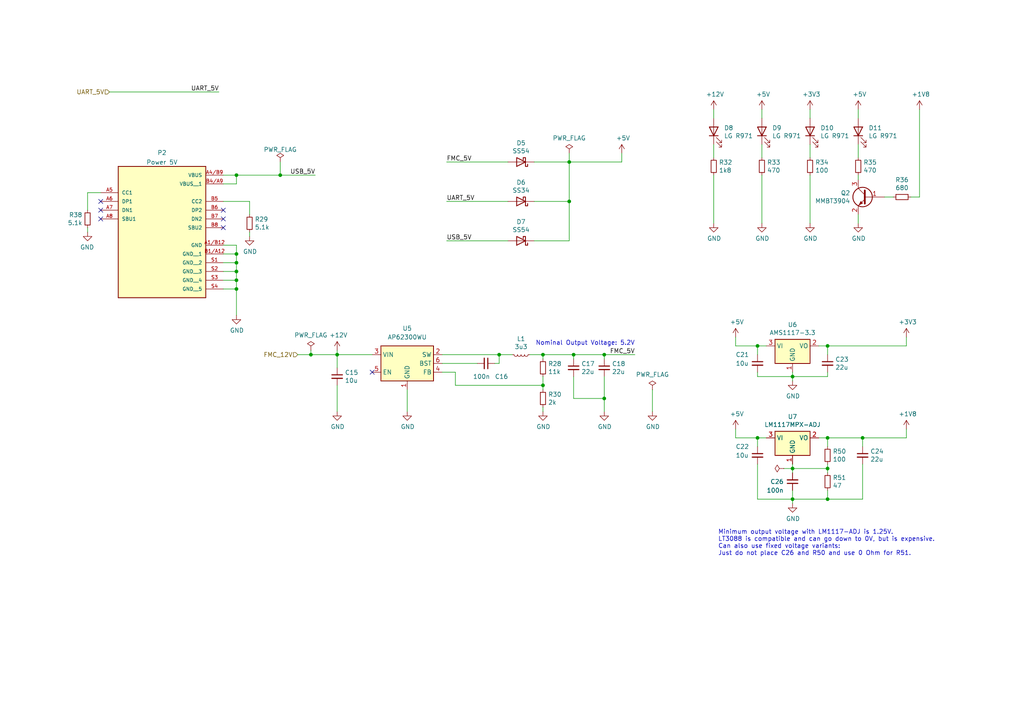
<source format=kicad_sch>
(kicad_sch (version 20250114) (generator "eeschema") (generator_version "9.0")
  (paper "A4")
  (lib_symbols
    (symbol "+12V_1" (power) (pin_names (offset 0))
      (property "Value" "+12V" (at 0 3.556 0))
      (symbol "+12V_1_0_1"
        (polyline (pts (xy -0.762 1.27) (xy 0 2.54)))
        (polyline (pts (xy 0 2.54) (xy 0.762 1.27)))
        (polyline (pts (xy 0 0) (xy 0 2.54)))
      )
      (symbol "+12V_1_1_1"
        (pin power_in line (at 0 0 90) (length 0) (hide yes) (name "+12V") (number "1"))
      )
    )
    (symbol "+1V8_1" (power) (pin_names (offset 0))
      (property "Value" "+1V8" (at 0 3.556 0))
      (symbol "+1V8_1_0_1"
        (polyline (pts (xy -0.762 1.27) (xy 0 2.54)))
        (polyline (pts (xy 0 2.54) (xy 0.762 1.27)))
        (polyline (pts (xy 0 0) (xy 0 2.54)))
      )
      (symbol "+1V8_1_1_1"
        (pin power_in line (at 0 0 90) (length 0) (hide yes) (name "+1V8") (number "1"))
      )
    )
    (symbol "+3V3_1" (power) (pin_names (offset 0))
      (property "Value" "+3V3" (at 0 3.556 0))
      (symbol "+3V3_1_0_1"
        (polyline (pts (xy -0.762 1.27) (xy 0 2.54)))
        (polyline (pts (xy 0 2.54) (xy 0.762 1.27)))
        (polyline (pts (xy 0 0) (xy 0 2.54)))
      )
      (symbol "+3V3_1_1_1"
        (pin power_in line (at 0 0 90) (length 0) (hide yes) (name "+3V3") (number "1"))
      )
    )
    (symbol "+5V_1" (power) (pin_names (offset 0))
      (property "Value" "+5V" (at 0 3.556 0))
      (symbol "+5V_1_0_1"
        (polyline (pts (xy -0.762 1.27) (xy 0 2.54)))
        (polyline (pts (xy 0 2.54) (xy 0.762 1.27)))
        (polyline (pts (xy 0 0) (xy 0 2.54)))
      )
      (symbol "+5V_1_1_1"
        (pin power_in line (at 0 0 90) (length 0) (hide yes) (name "+5V") (number "1"))
      )
    )
    (symbol "+5V_2" (power) (pin_names (offset 0))
      (property "Value" "+5V" (at 0 3.556 0))
      (symbol "+5V_2_0_1"
        (polyline (pts (xy -0.762 1.27) (xy 0 2.54)))
        (polyline (pts (xy 0 2.54) (xy 0.762 1.27)))
        (polyline (pts (xy 0 0) (xy 0 2.54)))
      )
      (symbol "+5V_2_1_1"
        (pin power_in line (at 0 0 90) (length 0) (hide yes) (name "+5V") (number "1"))
      )
    )
    (symbol "+5V_3" (power) (pin_names (offset 0))
      (property "Value" "+5V" (at 0 3.556 0))
      (symbol "+5V_3_0_1"
        (polyline (pts (xy -0.762 1.27) (xy 0 2.54)))
        (polyline (pts (xy 0 2.54) (xy 0.762 1.27)))
        (polyline (pts (xy 0 0) (xy 0 2.54)))
      )
      (symbol "+5V_3_1_1"
        (pin power_in line (at 0 0 90) (length 0) (hide yes) (name "+5V") (number "1"))
      )
    )
    (symbol "+5V_4" (power) (pin_names (offset 0))
      (property "Value" "+5V" (at 0 3.556 0))
      (symbol "+5V_4_0_1"
        (polyline (pts (xy -0.762 1.27) (xy 0 2.54)))
        (polyline (pts (xy 0 2.54) (xy 0.762 1.27)))
        (polyline (pts (xy 0 0) (xy 0 2.54)))
      )
      (symbol "+5V_4_1_1"
        (pin power_in line (at 0 0 90) (length 0) (hide yes) (name "+5V") (number "1"))
      )
    )
    (symbol "Device:C_Small" (pin_numbers (hide yes)) (pin_names (offset 0.254) (hide yes))
      (property "Reference" "C" (at 0.254 1.778 0))
      (property "Value" "C_Small" (at 0.254 -2.032 0))
      (symbol "C_Small_0_1"
        (polyline (pts (xy -1.524 0.508) (xy 1.524 0.508)) (stroke (width 0.3048)))
        (polyline (pts (xy -1.524 -0.508) (xy 1.524 -0.508)) (stroke (width 0.3302)))
      )
      (symbol "C_Small_1_1"
        (pin passive line (at 0 2.54 270) (length 2.032) (name "~") (number "1"))
        (pin passive line (at 0 -2.54 90) (length 2.032) (name "~") (number "2"))
      )
    )
    (symbol "Device:D_Schottky" (pin_numbers (hide yes)) (pin_names (offset 1.016) (hide yes))
      (property "Reference" "D" (at 0 2.54 0))
      (property "Value" "D_Schottky" (at 0 -2.54 0))
      (symbol "D_Schottky_0_1"
        (polyline (pts (xy -1.905 0.635) (xy -1.905 1.27) (xy -1.27 1.27) (xy -1.27 -1.27) (xy -0.635 -1.27) (xy -0.635 -0.635)) (stroke (width 0.254)))
        (polyline (pts (xy 1.27 1.27) (xy 1.27 -1.27) (xy -1.27 0) (xy 1.27 1.27)) (stroke (width 0.254)))
        (polyline (pts (xy 1.27 0) (xy -1.27 0)))
      )
      (symbol "D_Schottky_1_1"
        (pin passive line (at -3.81 0 0) (length 2.54) (name "K") (number "1"))
        (pin passive line (at 3.81 0 180) (length 2.54) (name "A") (number "2"))
      )
    )
    (symbol "Device:LED" (pin_numbers (hide yes)) (pin_names (offset 1.016) (hide yes))
      (property "Reference" "D" (at 0 2.54 0))
      (property "Value" "LED" (at 0 -2.54 0))
      (symbol "LED_0_1"
        (polyline (pts (xy -3.048 -0.762) (xy -4.572 -2.286) (xy -3.81 -2.286) (xy -4.572 -2.286) (xy -4.572 -1.524)))
        (polyline (pts (xy -1.778 -0.762) (xy -3.302 -2.286) (xy -2.54 -2.286) (xy -3.302 -2.286) (xy -3.302 -1.524)))
        (polyline (pts (xy -1.27 0) (xy 1.27 0)))
        (polyline (pts (xy -1.27 -1.27) (xy -1.27 1.27)) (stroke (width 0.254)))
        (polyline (pts (xy 1.27 -1.27) (xy 1.27 1.27) (xy -1.27 0) (xy 1.27 -1.27)) (stroke (width 0.254)))
      )
      (symbol "LED_1_1"
        (pin passive line (at -3.81 0 0) (length 2.54) (name "K") (number "1"))
        (pin passive line (at 3.81 0 180) (length 2.54) (name "A") (number "2"))
      )
    )
    (symbol "Device:L_Small" (pin_numbers (hide yes)) (pin_names (offset 0.254) (hide yes))
      (property "Reference" "L" (at 0.762 1.016 0))
      (property "Value" "L_Small" (at 0.762 -1.016 0))
      (symbol "L_Small_0_1"
        (arc (start 0 2.032) (mid 0.5058 1.524) (end 0 1.016))
        (arc (start 0 1.016) (mid 0.5058 0.508) (end 0 0))
        (arc (start 0 0) (mid 0.5058 -0.508) (end 0 -1.016))
        (arc (start 0 -1.016) (mid 0.5058 -1.524) (end 0 -2.032))
      )
      (symbol "L_Small_1_1"
        (pin passive line (at 0 2.54 270) (length 0.508) (name "~") (number "1"))
        (pin passive line (at 0 -2.54 90) (length 0.508) (name "~") (number "2"))
      )
    )
    (symbol "Device:R_Small" (pin_numbers (hide yes)) (pin_names (offset 0.254) (hide yes))
      (property "Reference" "R" (at 0.762 0.508 0))
      (property "Value" "R_Small" (at 0.762 -1.016 0))
      (symbol "R_Small_0_1"
        (rectangle (start -0.762 1.778) (end 0.762 -1.778) (stroke (width 0.2032)))
      )
      (symbol "R_Small_1_1"
        (pin passive line (at 0 2.54 270) (length 0.762) (name "~") (number "1"))
        (pin passive line (at 0 -2.54 90) (length 0.762) (name "~") (number "2"))
      )
    )
    (symbol "GND_1" (power) (pin_names (offset 0))
      (property "Value" "GND" (at 0 -3.81 0))
      (symbol "GND_1_0_1"
        (polyline (pts (xy 0 0) (xy 0 -1.27) (xy 1.27 -1.27) (xy 0 -2.54) (xy -1.27 -1.27) (xy 0 -1.27)))
      )
      (symbol "GND_1_1_1"
        (pin power_in line (at 0 0 270) (length 0) (hide yes) (name "GND") (number "1"))
      )
    )
    (symbol "GND_10" (power) (pin_names (offset 0))
      (property "Value" "GND" (at 0 -3.81 0))
      (symbol "GND_10_0_1"
        (polyline (pts (xy 0 0) (xy 0 -1.27) (xy 1.27 -1.27) (xy 0 -2.54) (xy -1.27 -1.27) (xy 0 -1.27)))
      )
      (symbol "GND_10_1_1"
        (pin power_in line (at 0 0 270) (length 0) (hide yes) (name "GND") (number "1"))
      )
    )
    (symbol "GND_11" (power) (pin_names (offset 0))
      (property "Value" "GND" (at 0 -3.81 0))
      (symbol "GND_11_0_1"
        (polyline (pts (xy 0 0) (xy 0 -1.27) (xy 1.27 -1.27) (xy 0 -2.54) (xy -1.27 -1.27) (xy 0 -1.27)))
      )
      (symbol "GND_11_1_1"
        (pin power_in line (at 0 0 270) (length 0) (hide yes) (name "GND") (number "1"))
      )
    )
    (symbol "GND_12" (power) (pin_names (offset 0))
      (property "Value" "GND" (at 0 -3.81 0))
      (symbol "GND_12_0_1"
        (polyline (pts (xy 0 0) (xy 0 -1.27) (xy 1.27 -1.27) (xy 0 -2.54) (xy -1.27 -1.27) (xy 0 -1.27)))
      )
      (symbol "GND_12_1_1"
        (pin power_in line (at 0 0 270) (length 0) (hide yes) (name "GND") (number "1"))
      )
    )
    (symbol "GND_13" (power) (pin_names (offset 0))
      (property "Value" "GND" (at 0 -3.81 0))
      (symbol "GND_13_0_1"
        (polyline (pts (xy 0 0) (xy 0 -1.27) (xy 1.27 -1.27) (xy 0 -2.54) (xy -1.27 -1.27) (xy 0 -1.27)))
      )
      (symbol "GND_13_1_1"
        (pin power_in line (at 0 0 270) (length 0) (hide yes) (name "GND") (number "1"))
      )
    )
    (symbol "GND_2" (power) (pin_names (offset 0))
      (property "Value" "GND" (at 0 -3.81 0))
      (symbol "GND_2_0_1"
        (polyline (pts (xy 0 0) (xy 0 -1.27) (xy 1.27 -1.27) (xy 0 -2.54) (xy -1.27 -1.27) (xy 0 -1.27)))
      )
      (symbol "GND_2_1_1"
        (pin power_in line (at 0 0 270) (length 0) (hide yes) (name "GND") (number "1"))
      )
    )
    (symbol "GND_3" (power) (pin_names (offset 0))
      (property "Value" "GND" (at 0 -3.81 0))
      (symbol "GND_3_0_1"
        (polyline (pts (xy 0 0) (xy 0 -1.27) (xy 1.27 -1.27) (xy 0 -2.54) (xy -1.27 -1.27) (xy 0 -1.27)))
      )
      (symbol "GND_3_1_1"
        (pin power_in line (at 0 0 270) (length 0) (hide yes) (name "GND") (number "1"))
      )
    )
    (symbol "GND_4" (power) (pin_names (offset 0))
      (property "Value" "GND" (at 0 -3.81 0))
      (symbol "GND_4_0_1"
        (polyline (pts (xy 0 0) (xy 0 -1.27) (xy 1.27 -1.27) (xy 0 -2.54) (xy -1.27 -1.27) (xy 0 -1.27)))
      )
      (symbol "GND_4_1_1"
        (pin power_in line (at 0 0 270) (length 0) (hide yes) (name "GND") (number "1"))
      )
    )
    (symbol "GND_5" (power) (pin_names (offset 0))
      (property "Value" "GND" (at 0 -3.81 0))
      (symbol "GND_5_0_1"
        (polyline (pts (xy 0 0) (xy 0 -1.27) (xy 1.27 -1.27) (xy 0 -2.54) (xy -1.27 -1.27) (xy 0 -1.27)))
      )
      (symbol "GND_5_1_1"
        (pin power_in line (at 0 0 270) (length 0) (hide yes) (name "GND") (number "1"))
      )
    )
    (symbol "GND_6" (power) (pin_names (offset 0))
      (property "Value" "GND" (at 0 -3.81 0))
      (symbol "GND_6_0_1"
        (polyline (pts (xy 0 0) (xy 0 -1.27) (xy 1.27 -1.27) (xy 0 -2.54) (xy -1.27 -1.27) (xy 0 -1.27)))
      )
      (symbol "GND_6_1_1"
        (pin power_in line (at 0 0 270) (length 0) (hide yes) (name "GND") (number "1"))
      )
    )
    (symbol "GND_7" (power) (pin_names (offset 0))
      (property "Value" "GND" (at 0 -3.81 0))
      (symbol "GND_7_0_1"
        (polyline (pts (xy 0 0) (xy 0 -1.27) (xy 1.27 -1.27) (xy 0 -2.54) (xy -1.27 -1.27) (xy 0 -1.27)))
      )
      (symbol "GND_7_1_1"
        (pin power_in line (at 0 0 270) (length 0) (hide yes) (name "GND") (number "1"))
      )
    )
    (symbol "GND_8" (power) (pin_names (offset 0))
      (property "Value" "GND" (at 0 -3.81 0))
      (symbol "GND_8_0_1"
        (polyline (pts (xy 0 0) (xy 0 -1.27) (xy 1.27 -1.27) (xy 0 -2.54) (xy -1.27 -1.27) (xy 0 -1.27)))
      )
      (symbol "GND_8_1_1"
        (pin power_in line (at 0 0 270) (length 0) (hide yes) (name "GND") (number "1"))
      )
    )
    (symbol "GND_9" (power) (pin_names (offset 0))
      (property "Value" "GND" (at 0 -3.81 0))
      (symbol "GND_9_0_1"
        (polyline (pts (xy 0 0) (xy 0 -1.27) (xy 1.27 -1.27) (xy 0 -2.54) (xy -1.27 -1.27) (xy 0 -1.27)))
      )
      (symbol "GND_9_1_1"
        (pin power_in line (at 0 0 270) (length 0) (hide yes) (name "GND") (number "1"))
      )
    )
    (symbol "LED_1" (pin_numbers (hide yes)) (pin_names (offset 1.016) (hide yes))
      (property "Reference" "D" (at 0 2.54 0))
      (property "Value" "LED" (at 0 -2.54 0))
      (symbol "LED_1_0_1"
        (polyline (pts (xy -3.048 -0.762) (xy -4.572 -2.286) (xy -3.81 -2.286) (xy -4.572 -2.286) (xy -4.572 -1.524)))
        (polyline (pts (xy -1.778 -0.762) (xy -3.302 -2.286) (xy -2.54 -2.286) (xy -3.302 -2.286) (xy -3.302 -1.524)))
        (polyline (pts (xy -1.27 0) (xy 1.27 0)))
        (polyline (pts (xy -1.27 -1.27) (xy -1.27 1.27)) (stroke (width 0.254)))
        (polyline (pts (xy 1.27 -1.27) (xy 1.27 1.27) (xy -1.27 0) (xy 1.27 -1.27)) (stroke (width 0.254)))
      )
      (symbol "LED_1_1_1"
        (pin passive line (at -3.81 0 0) (length 2.54) (name "K") (number "1"))
        (pin passive line (at 3.81 0 180) (length 2.54) (name "A") (number "2"))
      )
    )
    (symbol "LED_2" (pin_numbers (hide yes)) (pin_names (offset 1.016) (hide yes))
      (property "Reference" "D" (at 0 2.54 0))
      (property "Value" "LED" (at 0 -2.54 0))
      (symbol "LED_2_0_1"
        (polyline (pts (xy -3.048 -0.762) (xy -4.572 -2.286) (xy -3.81 -2.286) (xy -4.572 -2.286) (xy -4.572 -1.524)))
        (polyline (pts (xy -1.778 -0.762) (xy -3.302 -2.286) (xy -2.54 -2.286) (xy -3.302 -2.286) (xy -3.302 -1.524)))
        (polyline (pts (xy -1.27 0) (xy 1.27 0)))
        (polyline (pts (xy -1.27 -1.27) (xy -1.27 1.27)) (stroke (width 0.254)))
        (polyline (pts (xy 1.27 -1.27) (xy 1.27 1.27) (xy -1.27 0) (xy 1.27 -1.27)) (stroke (width 0.254)))
      )
      (symbol "LED_2_1_1"
        (pin passive line (at -3.81 0 0) (length 2.54) (name "K") (number "1"))
        (pin passive line (at 3.81 0 180) (length 2.54) (name "A") (number "2"))
      )
    )
    (symbol "LED_3" (pin_numbers (hide yes)) (pin_names (offset 1.016) (hide yes))
      (property "Reference" "D" (at 0 2.54 0))
      (property "Value" "LED" (at 0 -2.54 0))
      (symbol "LED_3_0_1"
        (polyline (pts (xy -3.048 -0.762) (xy -4.572 -2.286) (xy -3.81 -2.286) (xy -4.572 -2.286) (xy -4.572 -1.524)))
        (polyline (pts (xy -1.778 -0.762) (xy -3.302 -2.286) (xy -2.54 -2.286) (xy -3.302 -2.286) (xy -3.302 -1.524)))
        (polyline (pts (xy -1.27 0) (xy 1.27 0)))
        (polyline (pts (xy -1.27 -1.27) (xy -1.27 1.27)) (stroke (width 0.254)))
        (polyline (pts (xy 1.27 -1.27) (xy 1.27 1.27) (xy -1.27 0) (xy 1.27 -1.27)) (stroke (width 0.254)))
      )
      (symbol "LED_3_1_1"
        (pin passive line (at -3.81 0 0) (length 2.54) (name "K") (number "1"))
        (pin passive line (at 3.81 0 180) (length 2.54) (name "A") (number "2"))
      )
    )
    (symbol "PWR_FLAG_1" (power) (pin_numbers (hide yes)) (pin_names (offset 0) (hide yes))
      (property "Value" "PWR_FLAG" (at 0 3.81 0))
      (symbol "PWR_FLAG_1_0_0"
        (pin power_out line (at 0 0 90) (length 0) (name "pwr") (number "1"))
      )
      (symbol "PWR_FLAG_1_0_1"
        (polyline (pts (xy 0 0) (xy 0 1.27) (xy -1.016 1.905) (xy 0 2.54) (xy 1.016 1.905) (xy 0 1.27)))
      )
    )
    (symbol "PWR_FLAG_2" (power) (pin_numbers (hide yes)) (pin_names (offset 0) (hide yes))
      (property "Value" "PWR_FLAG" (at 0 3.81 0))
      (symbol "PWR_FLAG_2_0_0"
        (pin power_out line (at 0 0 90) (length 0) (name "pwr") (number "1"))
      )
      (symbol "PWR_FLAG_2_0_1"
        (polyline (pts (xy 0 0) (xy 0 1.27) (xy -1.016 1.905) (xy 0 2.54) (xy 1.016 1.905) (xy 0 1.27)))
      )
    )
    (symbol "PWR_FLAG_3" (power) (pin_numbers (hide yes)) (pin_names (offset 0) (hide yes))
      (property "Value" "PWR_FLAG" (at 0 3.81 0))
      (symbol "PWR_FLAG_3_0_0"
        (pin power_out line (at 0 0 90) (length 0) (name "pwr") (number "1"))
      )
      (symbol "PWR_FLAG_3_0_1"
        (polyline (pts (xy 0 0) (xy 0 1.27) (xy -1.016 1.905) (xy 0 2.54) (xy 1.016 1.905) (xy 0 1.27)))
      )
    )
    (symbol "PWR_FLAG_4" (power) (pin_numbers (hide yes)) (pin_names (offset 0) (hide yes))
      (property "Value" "PWR_FLAG" (at 0 3.81 0))
      (symbol "PWR_FLAG_4_0_0"
        (pin power_out line (at 0 0 90) (length 0) (name "pwr") (number "1"))
      )
      (symbol "PWR_FLAG_4_0_1"
        (polyline (pts (xy 0 0) (xy 0 1.27) (xy -1.016 1.905) (xy 0 2.54) (xy 1.016 1.905) (xy 0 1.27)))
      )
    )
    (symbol "R_Small_1" (pin_numbers (hide yes)) (pin_names (offset 0.254) (hide yes))
      (property "Reference" "R" (at 0.762 0.508 0))
      (property "Value" "R_Small" (at 0.762 -1.016 0))
      (symbol "R_Small_1_0_1"
        (rectangle (start -0.762 1.778) (end 0.762 -1.778) (stroke (width 0.2032)))
      )
      (symbol "R_Small_1_1_1"
        (pin passive line (at 0 2.54 270) (length 0.762) (name "~") (number "1"))
        (pin passive line (at 0 -2.54 90) (length 0.762) (name "~") (number "2"))
      )
    )
    (symbol "R_Small_10" (pin_numbers (hide yes)) (pin_names (offset 0.254) (hide yes))
      (property "Reference" "R" (at 0.762 0.508 0))
      (property "Value" "R_Small" (at 0.762 -1.016 0))
      (symbol "R_Small_10_0_1"
        (rectangle (start -0.762 1.778) (end 0.762 -1.778) (stroke (width 0.2032)))
      )
      (symbol "R_Small_10_1_1"
        (pin passive line (at 0 2.54 270) (length 0.762) (name "~") (number "1"))
        (pin passive line (at 0 -2.54 90) (length 0.762) (name "~") (number "2"))
      )
    )
    (symbol "R_Small_2" (pin_numbers (hide yes)) (pin_names (offset 0.254) (hide yes))
      (property "Reference" "R" (at 0.762 0.508 0))
      (property "Value" "R_Small" (at 0.762 -1.016 0))
      (symbol "R_Small_2_0_1"
        (rectangle (start -0.762 1.778) (end 0.762 -1.778) (stroke (width 0.2032)))
      )
      (symbol "R_Small_2_1_1"
        (pin passive line (at 0 2.54 270) (length 0.762) (name "~") (number "1"))
        (pin passive line (at 0 -2.54 90) (length 0.762) (name "~") (number "2"))
      )
    )
    (symbol "R_Small_3" (pin_numbers (hide yes)) (pin_names (offset 0.254) (hide yes))
      (property "Reference" "R" (at 0.762 0.508 0))
      (property "Value" "R_Small" (at 0.762 -1.016 0))
      (symbol "R_Small_3_0_1"
        (rectangle (start -0.762 1.778) (end 0.762 -1.778) (stroke (width 0.2032)))
      )
      (symbol "R_Small_3_1_1"
        (pin passive line (at 0 2.54 270) (length 0.762) (name "~") (number "1"))
        (pin passive line (at 0 -2.54 90) (length 0.762) (name "~") (number "2"))
      )
    )
    (symbol "R_Small_4" (pin_numbers (hide yes)) (pin_names (offset 0.254) (hide yes))
      (property "Reference" "R" (at 0.762 0.508 0))
      (property "Value" "R_Small" (at 0.762 -1.016 0))
      (symbol "R_Small_4_0_1"
        (rectangle (start -0.762 1.778) (end 0.762 -1.778) (stroke (width 0.2032)))
      )
      (symbol "R_Small_4_1_1"
        (pin passive line (at 0 2.54 270) (length 0.762) (name "~") (number "1"))
        (pin passive line (at 0 -2.54 90) (length 0.762) (name "~") (number "2"))
      )
    )
    (symbol "R_Small_5" (pin_numbers (hide yes)) (pin_names (offset 0.254) (hide yes))
      (property "Reference" "R" (at 0.762 0.508 0))
      (property "Value" "R_Small" (at 0.762 -1.016 0))
      (symbol "R_Small_5_0_1"
        (rectangle (start -0.762 1.778) (end 0.762 -1.778) (stroke (width 0.2032)))
      )
      (symbol "R_Small_5_1_1"
        (pin passive line (at 0 2.54 270) (length 0.762) (name "~") (number "1"))
        (pin passive line (at 0 -2.54 90) (length 0.762) (name "~") (number "2"))
      )
    )
    (symbol "R_Small_6" (pin_numbers (hide yes)) (pin_names (offset 0.254) (hide yes))
      (property "Reference" "R" (at 0.762 0.508 0))
      (property "Value" "R_Small" (at 0.762 -1.016 0))
      (symbol "R_Small_6_0_1"
        (rectangle (start -0.762 1.778) (end 0.762 -1.778) (stroke (width 0.2032)))
      )
      (symbol "R_Small_6_1_1"
        (pin passive line (at 0 2.54 270) (length 0.762) (name "~") (number "1"))
        (pin passive line (at 0 -2.54 90) (length 0.762) (name "~") (number "2"))
      )
    )
    (symbol "R_Small_7" (pin_numbers (hide yes)) (pin_names (offset 0.254) (hide yes))
      (property "Reference" "R" (at 0.762 0.508 0))
      (property "Value" "R_Small" (at 0.762 -1.016 0))
      (symbol "R_Small_7_0_1"
        (rectangle (start -0.762 1.778) (end 0.762 -1.778) (stroke (width 0.2032)))
      )
      (symbol "R_Small_7_1_1"
        (pin passive line (at 0 2.54 270) (length 0.762) (name "~") (number "1"))
        (pin passive line (at 0 -2.54 90) (length 0.762) (name "~") (number "2"))
      )
    )
    (symbol "R_Small_8" (pin_numbers (hide yes)) (pin_names (offset 0.254) (hide yes))
      (property "Reference" "R" (at 0.762 0.508 0))
      (property "Value" "R_Small" (at 0.762 -1.016 0))
      (symbol "R_Small_8_0_1"
        (rectangle (start -0.762 1.778) (end 0.762 -1.778) (stroke (width 0.2032)))
      )
      (symbol "R_Small_8_1_1"
        (pin passive line (at 0 2.54 270) (length 0.762) (name "~") (number "1"))
        (pin passive line (at 0 -2.54 90) (length 0.762) (name "~") (number "2"))
      )
    )
    (symbol "R_Small_9" (pin_numbers (hide yes)) (pin_names (offset 0.254) (hide yes))
      (property "Reference" "R" (at 0.762 0.508 0))
      (property "Value" "R_Small" (at 0.762 -1.016 0))
      (symbol "R_Small_9_0_1"
        (rectangle (start -0.762 1.778) (end 0.762 -1.778) (stroke (width 0.2032)))
      )
      (symbol "R_Small_9_1_1"
        (pin passive line (at 0 2.54 270) (length 0.762) (name "~") (number "1"))
        (pin passive line (at 0 -2.54 90) (length 0.762) (name "~") (number "2"))
      )
    )
    (symbol "Regulator_Linear:LM1117DT-1.8"
      (property "Reference" "U" (at -3.81 3.175 0))
      (property "Value" "LM1117DT-1.8" (at 0 3.175 0))
      (symbol "LM1117DT-1.8_0_1"
        (rectangle (start -5.08 -5.08) (end 5.08 1.905) (stroke (width 0.254)) (fill (type background)))
      )
      (symbol "LM1117DT-1.8_1_1"
        (pin power_in line (at -7.62 0 0) (length 2.54) (name "VI") (number "3"))
        (pin power_in line (at 0 -7.62 90) (length 2.54) (name "GND") (number "1"))
        (pin power_out line (at 7.62 0 180) (length 2.54) (name "VO") (number "2"))
      )
    )
    (symbol "Regulator_Linear:LM1117DT-3.3"
      (property "Reference" "U" (at -3.81 3.175 0))
      (property "Value" "LM1117DT-3.3" (at 0 3.175 0))
      (symbol "LM1117DT-3.3_0_1"
        (rectangle (start -5.08 -5.08) (end 5.08 1.905) (stroke (width 0.254)) (fill (type background)))
      )
      (symbol "LM1117DT-3.3_1_1"
        (pin power_in line (at -7.62 0 0) (length 2.54) (name "VI") (number "3"))
        (pin power_in line (at 0 -7.62 90) (length 2.54) (name "GND") (number "1"))
        (pin power_out line (at 7.62 0 180) (length 2.54) (name "VO") (number "2"))
      )
    )
    (symbol "Transistor_BJT:MMBT3904" (pin_names (offset 0) (hide yes))
      (property "Reference" "Q" (at 5.08 1.905 0))
      (property "Value" "MMBT3904" (at 5.08 0 0))
      (symbol "MMBT3904_0_1"
        (polyline (pts (xy 0.635 1.905) (xy 0.635 -1.905) (xy 0.635 -1.905)) (stroke (width 0.508)))
        (polyline (pts (xy 0.635 0.635) (xy 2.54 2.54)))
        (polyline (pts (xy 0.635 -0.635) (xy 2.54 -2.54) (xy 2.54 -2.54)))
        (circle (center 1.27 0) (radius 2.8194) (stroke (width 0.254)))
        (polyline (pts (xy 1.27 -1.778) (xy 1.778 -1.27) (xy 2.286 -2.286) (xy 1.27 -1.778) (xy 1.27 -1.778)) (fill (type outline)))
      )
      (symbol "MMBT3904_1_1"
        (pin input line (at -5.08 0 0) (length 5.715) (name "B") (number "1"))
        (pin passive line (at 2.54 5.08 270) (length 2.54) (name "C") (number "3"))
        (pin passive line (at 2.54 -5.08 90) (length 2.54) (name "E") (number "2"))
      )
    )
    (symbol "power:+12V" (power) (pin_names (offset 0))
      (property "Value" "+12V" (at 0 3.556 0))
      (symbol "+12V_0_1"
        (polyline (pts (xy -0.762 1.27) (xy 0 2.54)))
        (polyline (pts (xy 0 2.54) (xy 0.762 1.27)))
        (polyline (pts (xy 0 0) (xy 0 2.54)))
      )
      (symbol "+12V_1_1"
        (pin power_in line (at 0 0 90) (length 0) (hide yes) (name "+12V") (number "1"))
      )
    )
    (symbol "power:+1V8" (power) (pin_names (offset 0))
      (property "Value" "+1V8" (at 0 3.556 0))
      (symbol "+1V8_0_1"
        (polyline (pts (xy -0.762 1.27) (xy 0 2.54)))
        (polyline (pts (xy 0 2.54) (xy 0.762 1.27)))
        (polyline (pts (xy 0 0) (xy 0 2.54)))
      )
      (symbol "+1V8_1_1"
        (pin power_in line (at 0 0 90) (length 0) (hide yes) (name "+1V8") (number "1"))
      )
    )
    (symbol "power:+3V3" (power) (pin_names (offset 0))
      (property "Value" "+3V3" (at 0 3.556 0))
      (symbol "+3V3_0_1"
        (polyline (pts (xy -0.762 1.27) (xy 0 2.54)))
        (polyline (pts (xy 0 2.54) (xy 0.762 1.27)))
        (polyline (pts (xy 0 0) (xy 0 2.54)))
      )
      (symbol "+3V3_1_1"
        (pin power_in line (at 0 0 90) (length 0) (hide yes) (name "+3V3") (number "1"))
      )
    )
    (symbol "power:+5V" (power) (pin_names (offset 0))
      (property "Value" "+5V" (at 0 3.556 0))
      (symbol "+5V_0_1"
        (polyline (pts (xy -0.762 1.27) (xy 0 2.54)))
        (polyline (pts (xy 0 2.54) (xy 0.762 1.27)))
        (polyline (pts (xy 0 0) (xy 0 2.54)))
      )
      (symbol "+5V_1_1"
        (pin power_in line (at 0 0 90) (length 0) (hide yes) (name "+5V") (number "1"))
      )
    )
    (symbol "power:GND" (power) (pin_names (offset 0))
      (property "Value" "GND" (at 0 -3.81 0))
      (symbol "GND_0_1"
        (polyline (pts (xy 0 0) (xy 0 -1.27) (xy 1.27 -1.27) (xy 0 -2.54) (xy -1.27 -1.27) (xy 0 -1.27)))
      )
      (symbol "GND_1_1"
        (pin power_in line (at 0 0 270) (length 0) (hide yes) (name "GND") (number "1"))
      )
    )
    (symbol "power:PWR_FLAG" (power) (pin_numbers (hide yes)) (pin_names (offset 0) (hide yes))
      (property "Value" "PWR_FLAG" (at 0 3.81 0))
      (symbol "PWR_FLAG_0_0"
        (pin power_out line (at 0 0 90) (length 0) (name "pwr") (number "1"))
      )
      (symbol "PWR_FLAG_0_1"
        (polyline (pts (xy 0 0) (xy 0 1.27) (xy -1.016 1.905) (xy 0 2.54) (xy 1.016 1.905) (xy 0 1.27)))
      )
    )
    (symbol "psoc:AP62300WU"
      (property "Reference" "U" (at -7.62 6.35 0))
      (property "Value" "AP62300WU" (at 6.35 -6.35 0))
      (symbol "AP62300WU_0_1"
        (rectangle (start -7.62 5.08) (end 7.62 -5.08) (stroke (width 0.254)) (fill (type background)))
      )
      (symbol "AP62300WU_1_1"
        (pin power_in line (at -10.16 2.54 0) (length 2.54) (name "VIN") (number "3"))
        (pin input line (at -10.16 -2.54 0) (length 2.54) (name "EN") (number "5"))
        (pin power_in line (at 0 -7.62 90) (length 2.54) (name "GND") (number "1"))
        (pin output line (at 10.16 2.54 180) (length 2.54) (name "SW") (number "2"))
        (pin passive line (at 10.16 0 180) (length 2.54) (name "BST") (number "6"))
        (pin input line (at 10.16 -2.54 180) (length 2.54) (name "FB") (number "4"))
      )
    )
    (symbol "snapeda:USB4110-GF-A_REVB" (pin_names (offset 1.016))
      (property "Reference" "J" (at -12.7 11.43 0))
      (property "Value" "USB4110-GF-A_REVB" (at -12.7 -30.48 0))
      (symbol "USB4110-GF-A_REVB_0_0"
        (rectangle (start -12.7 -27.94) (end 12.7 10.16) (stroke (width 0.254)) (fill (type background)))
        (pin bidirectional line (at -17.78 2.54 0) (length 5.08) (name "CC1") (number "A5"))
        (pin bidirectional line (at -17.78 0 0) (length 5.08) (name "DP1") (number "A6"))
        (pin bidirectional line (at -17.78 -2.54 0) (length 5.08) (name "DN1") (number "A7"))
        (pin bidirectional line (at -17.78 -5.08 0) (length 5.08) (name "SBU1") (number "A8"))
        (pin power_in line (at 17.78 7.62 180) (length 5.08) (name "VBUS") (number "A4/B9"))
        (pin power_in line (at 17.78 5.08 180) (length 5.08) (name "VBUS__1") (number "B4/A9"))
        (pin bidirectional line (at 17.78 0 180) (length 5.08) (name "CC2") (number "B5"))
        (pin bidirectional line (at 17.78 -2.54 180) (length 5.08) (name "DP2") (number "B6"))
        (pin bidirectional line (at 17.78 -5.08 180) (length 5.08) (name "DN2") (number "B7"))
        (pin bidirectional line (at 17.78 -7.62 180) (length 5.08) (name "SBU2") (number "B8"))
        (pin power_in line (at 17.78 -12.7 180) (length 5.08) (name "GND") (number "A1/B12"))
        (pin power_in line (at 17.78 -15.24 180) (length 5.08) (name "GND__1") (number "B1/A12"))
        (pin power_in line (at 17.78 -17.78 180) (length 5.08) (name "GND__2") (number "S1"))
        (pin power_in line (at 17.78 -20.32 180) (length 5.08) (name "GND__3") (number "S2"))
        (pin power_in line (at 17.78 -22.86 180) (length 5.08) (name "GND__4") (number "S3"))
        (pin power_in line (at 17.78 -25.4 180) (length 5.08) (name "GND__5") (number "S4"))
      )
    )
  )
  (text "Minimum output voltage with LM1117-ADJ is 1.25V.\nLT3088 is compatible and can go down to 0V, but is expensive.\nCan also use fixed voltage variants:\nJust do not place C26 and R50 and use 0 Ohm for R51." (at 208.28 161.29 0) (effects (font (size 1.27 1.27)) (justify left bottom)))
  (text "Nominal Output Voltage: 5.2V" (at 184.15 100.33 0) (effects (font (size 1.27 1.27)) (justify right bottom)))
  (junction (at 68.58 76.2))
  (junction (at 68.58 50.8))
  (junction (at 68.58 83.82))
  (junction (at 97.79 102.87))
  (junction (at 175.26 115.57))
  (junction (at 157.48 111.76))
  (junction (at 219.71 127))
  (junction (at 68.58 81.28))
  (junction (at 157.48 102.87))
  (junction (at 144.78 102.87))
  (junction (at 250.19 127))
  (junction (at 166.37 102.87))
  (junction (at 240.03 144.78))
  (junction (at 240.03 135.89))
  (junction (at 240.03 127))
  (junction (at 229.87 144.78))
  (junction (at 81.28 50.8))
  (junction (at 68.58 73.66))
  (junction (at 90.17 102.87))
  (junction (at 229.87 109.22))
  (junction (at 219.71 100.33))
  (junction (at 165.1 46.99))
  (junction (at 68.58 78.74))
  (junction (at 165.1 58.42))
  (junction (at 240.03 100.33))
  (junction (at 229.87 135.89))
  (junction (at 175.26 102.87))
  (no_connect (at 107.95 107.95))
  (no_connect (at 29.21 63.5))
  (no_connect (at 64.77 66.04))
  (no_connect (at 29.21 58.42))
  (no_connect (at 29.21 60.96))
  (no_connect (at 64.77 60.96))
  (no_connect (at 64.77 63.5))
  (wire (pts (xy 31.75 26.67) (xy 63.5 26.67)))
  (wire (pts (xy 97.79 101.6) (xy 97.79 102.87)))
  (wire (pts (xy 229.87 109.22) (xy 229.87 110.49)))
  (wire (pts (xy 64.77 73.66) (xy 68.58 73.66)))
  (wire (pts (xy 229.87 144.78) (xy 229.87 146.05)))
  (wire (pts (xy 266.7 57.15) (xy 266.7 31.75)))
  (wire (pts (xy 213.36 124.46) (xy 213.36 127)))
  (wire (pts (xy 64.77 81.28) (xy 68.58 81.28)))
  (wire (pts (xy 68.58 81.28) (xy 68.58 83.82)))
  (wire (pts (xy 229.87 135.89) (xy 240.03 135.89)))
  (wire (pts (xy 229.87 134.62) (xy 229.87 135.89)))
  (wire (pts (xy 234.95 31.75) (xy 234.95 34.29)))
  (wire (pts (xy 237.49 100.33) (xy 240.03 100.33)))
  (wire (pts (xy 128.27 102.87) (xy 144.78 102.87)))
  (wire (pts (xy 264.16 57.15) (xy 266.7 57.15)))
  (wire (pts (xy 240.03 100.33) (xy 240.03 102.87)))
  (wire (pts (xy 157.48 118.11) (xy 157.48 119.38)))
  (wire (pts (xy 234.95 41.91) (xy 234.95 45.72)))
  (wire (pts (xy 72.39 58.42) (xy 72.39 62.23)))
  (wire (pts (xy 64.77 58.42) (xy 72.39 58.42)))
  (wire (pts (xy 64.77 53.34) (xy 68.58 53.34)))
  (wire (pts (xy 189.23 113.03) (xy 189.23 119.38)))
  (wire (pts (xy 64.77 76.2) (xy 68.58 76.2)))
  (wire (pts (xy 250.19 127) (xy 262.89 127)))
  (wire (pts (xy 262.89 124.46) (xy 262.89 127)))
  (wire (pts (xy 64.77 71.12) (xy 68.58 71.12)))
  (wire (pts (xy 248.92 62.23) (xy 248.92 64.77)))
  (wire (pts (xy 86.36 102.87) (xy 90.17 102.87)))
  (wire (pts (xy 129.54 46.99) (xy 147.32 46.99)))
  (wire (pts (xy 175.26 102.87) (xy 184.15 102.87)))
  (wire (pts (xy 72.39 67.31) (xy 72.39 68.58)))
  (wire (pts (xy 97.79 102.87) (xy 107.95 102.87)))
  (wire (pts (xy 240.03 142.24) (xy 240.03 144.78)))
  (wire (pts (xy 222.25 127) (xy 219.71 127)))
  (wire (pts (xy 132.08 107.95) (xy 132.08 111.76)))
  (wire (pts (xy 175.26 102.87) (xy 175.26 104.14)))
  (wire (pts (xy 144.78 102.87) (xy 148.59 102.87)))
  (wire (pts (xy 240.03 127) (xy 240.03 129.54)))
  (wire (pts (xy 248.92 41.91) (xy 248.92 45.72)))
  (wire (pts (xy 219.71 107.95) (xy 219.71 109.22)))
  (wire (pts (xy 68.58 76.2) (xy 68.58 78.74)))
  (wire (pts (xy 157.48 111.76) (xy 157.48 109.22)))
  (wire (pts (xy 90.17 101.6) (xy 90.17 102.87)))
  (wire (pts (xy 166.37 109.22) (xy 166.37 115.57)))
  (wire (pts (xy 29.21 55.88) (xy 25.4 55.88)))
  (wire (pts (xy 128.27 107.95) (xy 132.08 107.95)))
  (wire (pts (xy 165.1 44.45) (xy 165.1 46.99)))
  (wire (pts (xy 175.26 115.57) (xy 175.26 119.38)))
  (wire (pts (xy 180.34 44.45) (xy 180.34 46.99)))
  (wire (pts (xy 90.17 102.87) (xy 97.79 102.87)))
  (wire (pts (xy 118.11 113.03) (xy 118.11 119.38)))
  (wire (pts (xy 220.98 41.91) (xy 220.98 45.72)))
  (wire (pts (xy 154.94 46.99) (xy 165.1 46.99)))
  (wire (pts (xy 132.08 111.76) (xy 157.48 111.76)))
  (wire (pts (xy 97.79 106.68) (xy 97.79 102.87)))
  (wire (pts (xy 227.33 135.89) (xy 229.87 135.89)))
  (wire (pts (xy 256.54 57.15) (xy 259.08 57.15)))
  (wire (pts (xy 234.95 50.8) (xy 234.95 64.77)))
  (wire (pts (xy 97.79 119.38) (xy 97.79 111.76)))
  (wire (pts (xy 229.87 135.89) (xy 229.87 137.16)))
  (wire (pts (xy 25.4 66.04) (xy 25.4 67.31)))
  (wire (pts (xy 128.27 105.41) (xy 138.43 105.41)))
  (wire (pts (xy 166.37 102.87) (xy 175.26 102.87)))
  (wire (pts (xy 64.77 78.74) (xy 68.58 78.74)))
  (wire (pts (xy 219.71 109.22) (xy 229.87 109.22)))
  (wire (pts (xy 213.36 97.79) (xy 213.36 100.33)))
  (wire (pts (xy 237.49 127) (xy 240.03 127)))
  (wire (pts (xy 240.03 127) (xy 250.19 127)))
  (wire (pts (xy 220.98 31.75) (xy 220.98 34.29)))
  (wire (pts (xy 229.87 109.22) (xy 229.87 107.95)))
  (wire (pts (xy 248.92 52.07) (xy 248.92 50.8)))
  (wire (pts (xy 219.71 144.78) (xy 229.87 144.78)))
  (wire (pts (xy 250.19 134.62) (xy 250.19 144.78)))
  (wire (pts (xy 250.19 127) (xy 250.19 129.54)))
  (wire (pts (xy 157.48 111.76) (xy 157.48 113.03)))
  (wire (pts (xy 68.58 53.34) (xy 68.58 50.8)))
  (wire (pts (xy 240.03 107.95) (xy 240.03 109.22)))
  (wire (pts (xy 240.03 109.22) (xy 229.87 109.22)))
  (wire (pts (xy 219.71 134.62) (xy 219.71 144.78)))
  (wire (pts (xy 165.1 69.85) (xy 154.94 69.85)))
  (wire (pts (xy 165.1 46.99) (xy 180.34 46.99)))
  (wire (pts (xy 219.71 129.54) (xy 219.71 127)))
  (wire (pts (xy 153.67 102.87) (xy 157.48 102.87)))
  (wire (pts (xy 250.19 144.78) (xy 240.03 144.78)))
  (wire (pts (xy 219.71 127) (xy 213.36 127)))
  (wire (pts (xy 166.37 102.87) (xy 166.37 104.14)))
  (wire (pts (xy 207.01 31.75) (xy 207.01 34.29)))
  (wire (pts (xy 207.01 50.8) (xy 207.01 64.77)))
  (wire (pts (xy 229.87 142.24) (xy 229.87 144.78)))
  (wire (pts (xy 154.94 58.42) (xy 165.1 58.42)))
  (wire (pts (xy 68.58 73.66) (xy 68.58 76.2)))
  (wire (pts (xy 129.54 69.85) (xy 147.32 69.85)))
  (wire (pts (xy 157.48 102.87) (xy 157.48 104.14)))
  (wire (pts (xy 68.58 71.12) (xy 68.58 73.66)))
  (wire (pts (xy 219.71 100.33) (xy 213.36 100.33)))
  (wire (pts (xy 165.1 46.99) (xy 165.1 58.42)))
  (wire (pts (xy 68.58 83.82) (xy 68.58 91.44)))
  (wire (pts (xy 222.25 100.33) (xy 219.71 100.33)))
  (wire (pts (xy 144.78 102.87) (xy 144.78 105.41)))
  (wire (pts (xy 68.58 50.8) (xy 81.28 50.8)))
  (wire (pts (xy 81.28 50.8) (xy 91.44 50.8)))
  (wire (pts (xy 175.26 115.57) (xy 175.26 109.22)))
  (wire (pts (xy 25.4 55.88) (xy 25.4 60.96)))
  (wire (pts (xy 64.77 50.8) (xy 68.58 50.8)))
  (wire (pts (xy 64.77 83.82) (xy 68.58 83.82)))
  (wire (pts (xy 240.03 144.78) (xy 229.87 144.78)))
  (wire (pts (xy 220.98 50.8) (xy 220.98 64.77)))
  (wire (pts (xy 166.37 115.57) (xy 175.26 115.57)))
  (wire (pts (xy 219.71 102.87) (xy 219.71 100.33)))
  (wire (pts (xy 240.03 135.89) (xy 240.03 137.16)))
  (wire (pts (xy 248.92 31.75) (xy 248.92 34.29)))
  (wire (pts (xy 143.51 105.41) (xy 144.78 105.41)))
  (wire (pts (xy 157.48 102.87) (xy 166.37 102.87)))
  (wire (pts (xy 68.58 78.74) (xy 68.58 81.28)))
  (wire (pts (xy 240.03 134.62) (xy 240.03 135.89)))
  (wire (pts (xy 165.1 58.42) (xy 165.1 69.85)))
  (wire (pts (xy 207.01 41.91) (xy 207.01 45.72)))
  (wire (pts (xy 129.54 58.42) (xy 147.32 58.42)))
  (wire (pts (xy 81.28 46.99) (xy 81.28 50.8)))
  (wire (pts (xy 262.89 100.33) (xy 262.89 97.79)))
  (wire (pts (xy 240.03 100.33) (xy 262.89 100.33)))
  (label "FMC_5V" (at 129.54 46.99 0))
  (label "FMC_5V" (at 184.15 102.87 180))
  (label "USB_5V" (at 91.44 50.8 180))
  (label "USB_5V" (at 129.54 69.85 0))
  (label "UART_5V" (at 63.5 26.67 180))
  (label "UART_5V" (at 129.54 58.42 0))
  (hierarchical_label "FMC_12V" (shape input) (at 86.36 102.87 180))
  (hierarchical_label "UART_5V" (shape input) (at 31.75 26.67 180))
  (symbol (lib_id "Device:C_Small") (at 219.71 105.41 0) (unit 1)
    (property "Reference" "C21" (at 213.36 102.87 0) (effects (justify left)))
    (property "Value" "10u" (at 213.36 105.41 0) (effects (justify left)))
    (property "Footprint" "Capacitor_SMD:C_0805_2012Metric" (effects (hide yes)))
    (property "MPN" "10uF 0805 25V" (effects (hide yes)))
  )
  (symbol (lib_id "power:GND") (at 229.87 110.49 0) (unit 1)
    (property "Reference" "#PWR059" (effects (hide yes)))
    (property "Value" "GND" (at 229.997 114.8842 0))
  )
  (symbol (lib_id "Regulator_Linear:LM1117DT-3.3") (at 229.87 100.33 0) (unit 1)
    (property "Reference" "U6" (at 229.87 94.1832 0))
    (property "Value" "AMS1117-3.3" (at 229.87 96.4946 0))
    (property "Footprint" "Package_TO_SOT_SMD:TO-252-3_TabPin2" (effects (hide yes)))
    (property "Datasheet" "http://www.ti.com/lit/ds/symlink/lm1117.pdf" (effects (hide yes)))
    (property "Description" "800mA Low-Dropout Linear Regulator, 3.3V fixed output, TO-252" (effects (hide yes)))
    (property "MPN" "AZ1117IH-3.3TRG1" (effects (hide yes)))
  )
  (symbol (lib_id "Regulator_Linear:LM1117DT-1.8") (at 229.87 127 0) (unit 1)
    (property "Reference" "U7" (at 229.87 120.8532 0))
    (property "Value" "LM1117MPX-ADJ" (at 229.87 123.1646 0))
    (property "Footprint" "Package_TO_SOT_SMD:TO-252-3_TabPin2" (effects (hide yes)))
    (property "Datasheet" "http://www.ti.com/lit/ds/symlink/lm1117.pdf" (effects (hide yes)))
    (property "Description" "800mA Low-Dropout Linear Regulator, 1.8V fixed output, TO-252" (effects (hide yes)))
    (property "MPN" "LM1117MPX-ADJNOPB" (effects (hide yes)))
  )
  (symbol (lib_id "power:+5V") (at 213.36 97.79 0) (unit 1)
    (property "Reference" "#PWR053" (effects (hide yes)))
    (property "Value" "+5V" (at 213.741 93.3958 0))
  )
  (symbol (lib_id "Device:C_Small") (at 240.03 105.41 0) (unit 1)
    (property "Reference" "C23" (at 242.2652 104.2416 0) (effects (justify left)))
    (property "Value" "22u" (at 242.2652 106.553 0) (effects (justify left)))
    (property "Footprint" "Capacitor_SMD:C_0805_2012Metric" (effects (hide yes)))
    (property "MPN" "22uF 0805" (effects (hide yes)))
  )
  (symbol (lib_id "Device:C_Small") (at 219.71 132.08 0) (unit 1)
    (property "Reference" "C22" (at 213.36 129.54 0) (effects (justify left)))
    (property "Value" "10u" (at 213.36 132.08 0) (effects (justify left)))
    (property "Footprint" "Capacitor_SMD:C_0805_2012Metric" (effects (hide yes)))
    (property "MPN" "10uF 0805 25V" (effects (hide yes)))
  )
  (symbol (lib_name "GND_13") (lib_id "power:GND") (at 229.87 146.05 0) (unit 1)
    (property "Reference" "#PWR060" (effects (hide yes)))
    (property "Value" "GND" (at 229.997 150.4442 0))
  )
  (symbol (lib_id "Device:C_Small") (at 250.19 132.08 0) (unit 1)
    (property "Reference" "C24" (at 252.4252 130.9116 0) (effects (justify left)))
    (property "Value" "22u" (at 252.4252 133.223 0) (effects (justify left)))
    (property "Footprint" "Capacitor_SMD:C_0805_2012Metric" (effects (hide yes)))
    (property "MPN" "22uF 0805" (effects (hide yes)))
  )
  (symbol (lib_id "power:+1V8") (at 262.89 124.46 0) (unit 1)
    (property "Reference" "#PWR065" (effects (hide yes)))
    (property "Value" "+1V8" (at 263.271 120.0658 0))
  )
  (symbol (lib_id "Device:R_Small") (at 72.39 64.77 180) (unit 1)
    (property "Reference" "R29" (at 73.8886 63.6016 0) (effects (justify right)))
    (property "Value" "5.1k" (at 73.8886 65.913 0) (effects (justify right)))
    (property "Footprint" "Resistor_SMD:R_0805_2012Metric" (effects (hide yes)))
    (property "MPN" "5k1 0805" (effects (hide yes)))
  )
  (symbol (lib_name "GND_12") (lib_id "power:GND") (at 72.39 68.58 0) (unit 1)
    (property "Reference" "#PWR046" (effects (hide yes)))
    (property "Value" "GND" (at 72.517 72.9742 0))
  )
  (symbol (lib_id "Device:D_Schottky") (at 151.13 46.99 180) (unit 1)
    (property "Reference" "D5" (at 151.13 41.4782 0))
    (property "Value" "SS54" (at 151.13 43.7896 0))
    (property "Footprint" "Diode_SMD:D_SMA" (effects (hide yes)))
    (property "MPN" "SS54" (effects (hide yes)))
  )
  (symbol (lib_id "Device:D_Schottky") (at 151.13 69.85 180) (unit 1)
    (property "Reference" "D7" (at 151.13 64.3382 0))
    (property "Value" "SS54" (at 151.13 66.6496 0))
    (property "Footprint" "Diode_SMD:D_SMA" (effects (hide yes)))
    (property "MPN" "SS54" (effects (hide yes)))
  )
  (symbol (lib_id "Device:D_Schottky") (at 151.13 58.42 180) (unit 1)
    (property "Reference" "D6" (at 151.13 52.9082 0))
    (property "Value" "SS34" (at 151.13 55.2196 0))
    (property "Footprint" "Diode_SMD:D_SMA" (effects (hide yes)))
    (property "MPN" "SS34" (effects (hide yes)))
  )
  (symbol (lib_name "+5V_4") (lib_id "power:+5V") (at 180.34 44.45 0) (unit 1)
    (property "Reference" "#PWR050" (effects (hide yes)))
    (property "Value" "+5V" (at 180.721 40.0558 0))
  )
  (symbol (lib_id "power:PWR_FLAG") (at 165.1 44.45 0) (unit 1)
    (property "Reference" "#FLG04" (effects (hide yes)))
    (property "Value" "PWR_FLAG" (at 165.1 40.0558 0))
  )
  (symbol (lib_name "LED_3") (lib_id "Device:LED") (at 220.98 38.1 90) (unit 1)
    (property "Reference" "D9" (at 223.9772 37.1094 90) (effects (justify right)))
    (property "Value" "LG R971" (at 223.9772 39.4208 90) (effects (justify right)))
    (property "Footprint" "LED_SMD:LED_0805_2012Metric" (effects (hide yes)))
    (property "MPN" "LG R971-KN-1" (effects (hide yes)))
  )
  (symbol (lib_name "+5V_3") (lib_id "power:+5V") (at 220.98 31.75 0) (unit 1)
    (property "Reference" "#PWR055" (effects (hide yes)))
    (property "Value" "+5V" (at 221.361 27.3558 0))
  )
  (symbol (lib_name "R_Small_10") (lib_id "Device:R_Small") (at 220.98 48.26 0) (unit 1)
    (property "Reference" "R33" (at 222.4786 47.0916 0) (effects (justify left)))
    (property "Value" "470" (at 222.4786 49.403 0) (effects (justify left)))
    (property "Footprint" "Resistor_SMD:R_0805_2012Metric" (effects (hide yes)))
    (property "MPN" "0805 470" (effects (hide yes)))
  )
  (symbol (lib_name "GND_11") (lib_id "power:GND") (at 220.98 64.77 0) (unit 1)
    (property "Reference" "#PWR056" (effects (hide yes)))
    (property "Value" "GND" (at 221.107 69.1642 0))
  )
  (symbol (lib_id "Device:LED") (at 207.01 38.1 90) (unit 1)
    (property "Reference" "D8" (at 210.0072 37.1094 90) (effects (justify right)))
    (property "Value" "LG R971" (at 210.0072 39.4208 90) (effects (justify right)))
    (property "Footprint" "LED_SMD:LED_0805_2012Metric" (effects (hide yes)))
    (property "MPN" "LG R971-KN-1" (effects (hide yes)))
  )
  (symbol (lib_name "R_Small_9") (lib_id "Device:R_Small") (at 207.01 48.26 0) (unit 1)
    (property "Reference" "R32" (at 208.5086 47.0916 0) (effects (justify left)))
    (property "Value" "1k8" (at 208.5086 49.403 0) (effects (justify left)))
    (property "Footprint" "Resistor_SMD:R_0805_2012Metric" (effects (hide yes)))
    (property "MPN" "1k8 0805" (effects (hide yes)))
  )
  (symbol (lib_name "GND_9") (lib_id "power:GND") (at 207.01 64.77 0) (unit 1)
    (property "Reference" "#PWR052" (effects (hide yes)))
    (property "Value" "GND" (at 207.137 69.1642 0))
  )
  (symbol (lib_id "power:+12V") (at 207.01 31.75 0) (unit 1)
    (property "Reference" "#PWR051" (effects (hide yes)))
    (property "Value" "+12V" (at 207.391 27.3558 0))
  )
  (symbol (lib_name "GND_8") (lib_id "power:GND") (at 189.23 119.38 0) (unit 1)
    (property "Reference" "#PWR047" (effects (hide yes)))
    (property "Value" "GND" (at 189.357 123.7742 0))
  )
  (symbol (lib_name "LED_2") (lib_id "Device:LED") (at 234.95 38.1 90) (unit 1)
    (property "Reference" "D10" (at 237.9472 37.1094 90) (effects (justify right)))
    (property "Value" "LG R971" (at 237.9472 39.4208 90) (effects (justify right)))
    (property "Footprint" "LED_SMD:LED_0805_2012Metric" (effects (hide yes)))
    (property "MPN" "LG R971-KN-1" (effects (hide yes)))
  )
  (symbol (lib_name "R_Small_8") (lib_id "Device:R_Small") (at 234.95 48.26 0) (unit 1)
    (property "Reference" "R34" (at 236.4486 47.0916 0) (effects (justify left)))
    (property "Value" "100" (at 236.4486 49.403 0) (effects (justify left)))
    (property "Footprint" "Resistor_SMD:R_0805_2012Metric" (effects (hide yes)))
    (property "MPN" "0805 100" (effects (hide yes)))
  )
  (symbol (lib_name "GND_7") (lib_id "power:GND") (at 234.95 64.77 0) (unit 1)
    (property "Reference" "#PWR058" (effects (hide yes)))
    (property "Value" "GND" (at 235.077 69.1642 0))
  )
  (symbol (lib_name "LED_1") (lib_id "Device:LED") (at 248.92 38.1 90) (unit 1)
    (property "Reference" "D11" (at 251.9172 37.1094 90) (effects (justify right)))
    (property "Value" "LG R971" (at 251.9172 39.4208 90) (effects (justify right)))
    (property "Footprint" "LED_SMD:LED_0805_2012Metric" (effects (hide yes)))
    (property "MPN" "LG R971-KN-1" (effects (hide yes)))
  )
  (symbol (lib_name "R_Small_7") (lib_id "Device:R_Small") (at 248.92 48.26 0) (unit 1)
    (property "Reference" "R35" (at 250.4186 47.0916 0) (effects (justify left)))
    (property "Value" "470" (at 250.4186 49.403 0) (effects (justify left)))
    (property "Footprint" "Resistor_SMD:R_0805_2012Metric" (effects (hide yes)))
    (property "MPN" "0805 470" (effects (hide yes)))
  )
  (symbol (lib_name "GND_10") (lib_id "power:GND") (at 248.92 64.77 0) (unit 1)
    (property "Reference" "#PWR062" (effects (hide yes)))
    (property "Value" "GND" (at 249.047 69.1642 0))
  )
  (symbol (lib_name "+5V_2") (lib_id "power:+5V") (at 248.92 31.75 0) (unit 1)
    (property "Reference" "#PWR061" (effects (hide yes)))
    (property "Value" "+5V" (at 249.301 27.3558 0))
  )
  (symbol (lib_id "Transistor_BJT:MMBT3904") (at 251.46 57.15 0) (mirror y) (unit 1)
    (property "Reference" "Q2" (at 246.6086 55.9816 0) (effects (justify left)))
    (property "Value" "MMBT3904" (at 246.6086 58.293 0) (effects (justify left)))
    (property "Footprint" "Package_TO_SOT_SMD:SOT-23" (effects (hide yes)))
    (property "Datasheet" "https://www.onsemi.com/pub/Collateral/2N3903-D.PDF" (effects (hide yes)))
    (property "MPN" "MMBT3904Q-7-F" (effects (hide yes)))
  )
  (symbol (lib_name "R_Small_6") (lib_id "Device:R_Small") (at 261.62 57.15 270) (unit 1)
    (property "Reference" "R36" (at 261.62 52.1716 90))
    (property "Value" "680" (at 261.62 54.483 90))
    (property "Footprint" "Resistor_SMD:R_0805_2012Metric" (effects (hide yes)))
    (property "MPN" "0805 680" (effects (hide yes)))
  )
  (symbol (lib_name "+1V8_1") (lib_id "power:+1V8") (at 266.7 31.75 0) (unit 1)
    (property "Reference" "#PWR063" (effects (hide yes)))
    (property "Value" "+1V8" (at 267.081 27.3558 0))
  )
  (symbol (lib_id "power:+3V3") (at 234.95 31.75 0) (unit 1)
    (property "Reference" "#PWR057" (effects (hide yes)))
    (property "Value" "+3V3" (at 235.331 27.3558 0))
  )
  (symbol (lib_name "+3V3_1") (lib_id "power:+3V3") (at 262.89 97.79 0) (unit 1)
    (property "Reference" "#PWR064" (effects (hide yes)))
    (property "Value" "+3V3" (at 263.271 93.3958 0))
  )
  (symbol (lib_name "PWR_FLAG_4") (lib_id "power:PWR_FLAG") (at 189.23 113.03 0) (unit 1)
    (property "Reference" "#FLG0101" (effects (hide yes)))
    (property "Value" "PWR_FLAG" (at 189.23 108.6358 0))
  )
  (symbol (lib_name "GND_6") (lib_id "power:GND") (at 157.48 119.38 0) (unit 1)
    (property "Reference" "#PWR07" (effects (hide yes)))
    (property "Value" "GND" (at 157.607 123.7742 0))
  )
  (symbol (lib_name "R_Small_5") (lib_id "Device:R_Small") (at 240.03 132.08 0) (unit 1)
    (property "Reference" "R50" (at 241.5286 130.9116 0) (effects (justify left)))
    (property "Value" "100" (at 241.5286 133.223 0) (effects (justify left)))
    (property "Footprint" "Resistor_SMD:R_0805_2012Metric" (effects (hide yes)))
    (property "MPN" "100 0805" (effects (hide yes)))
  )
  (symbol (lib_id "snapeda:USB4110-GF-A_REVB") (at 46.99 58.42 0) (unit 1)
    (property "Reference" "P2" (at 46.99 44.2934 0))
    (property "Value" "Power 5V" (at 46.99 47.0685 0))
    (property "Footprint" "snapeda:GCT_USB4110-GF-A_REVB" (effects (hide yes)))
    (property "Datasheet" "https://www.mouser.de/datasheet/2/837/USB4110-2888203.pdf" (effects (hide yes)))
    (property "MPN" "USB4110-GF-A" (effects (hide yes)))
  )
  (symbol (lib_name "PWR_FLAG_3") (lib_id "power:PWR_FLAG") (at 227.33 135.89 90) (unit 1)
    (property "Reference" "#FLG0106" (effects (hide yes)))
    (property "Value" "PWR_FLAG" (effects (hide yes)))
  )
  (symbol (lib_name "GND_5") (lib_id "power:GND") (at 175.26 119.38 0) (unit 1)
    (property "Reference" "#PWR08" (effects (hide yes)))
    (property "Value" "GND" (at 175.387 123.7742 0))
  )
  (symbol (lib_id "Device:C_Small") (at 166.37 106.68 0) (unit 1)
    (property "Reference" "C17" (at 168.6052 105.5116 0) (effects (justify left)))
    (property "Value" "22u" (at 168.6052 107.823 0) (effects (justify left)))
    (property "Footprint" "Capacitor_SMD:C_0805_2012Metric" (effects (hide yes)))
    (property "MPN" "22uF 0805" (effects (hide yes)))
  )
  (symbol (lib_name "R_Small_3") (lib_id "Device:R_Small") (at 157.48 115.57 0) (unit 1)
    (property "Reference" "R30" (at 158.9786 114.4016 0) (effects (justify left)))
    (property "Value" "2k" (at 158.9786 116.713 0) (effects (justify left)))
    (property "Footprint" "Resistor_SMD:R_0805_2012Metric" (effects (hide yes)))
    (property "MPN" "2k 0805" (effects (hide yes)))
  )
  (symbol (lib_name "R_Small_4") (lib_id "Device:R_Small") (at 240.03 139.7 0) (unit 1)
    (property "Reference" "R51" (at 241.5286 138.5316 0) (effects (justify left)))
    (property "Value" "47" (at 241.5286 140.843 0) (effects (justify left)))
    (property "Footprint" "Resistor_SMD:R_0805_2012Metric" (effects (hide yes)))
    (property "MPN" "47 0805" (effects (hide yes)))
  )
  (symbol (lib_id "Device:C_Small") (at 175.26 106.68 0) (unit 1)
    (property "Reference" "C18" (at 177.4952 105.5116 0) (effects (justify left)))
    (property "Value" "22u" (at 177.4952 107.823 0) (effects (justify left)))
    (property "Footprint" "Capacitor_SMD:C_0805_2012Metric" (effects (hide yes)))
    (property "MPN" "22uF 0805" (effects (hide yes)))
  )
  (symbol (lib_name "PWR_FLAG_2") (lib_id "power:PWR_FLAG") (at 90.17 101.6 0) (unit 1)
    (property "Reference" "#FLG02" (effects (hide yes)))
    (property "Value" "PWR_FLAG" (at 90.17 97.2058 0))
  )
  (symbol (lib_name "GND_4") (lib_id "power:GND") (at 118.11 119.38 0) (unit 1)
    (property "Reference" "#PWR06" (effects (hide yes)))
    (property "Value" "GND" (at 118.237 123.7742 0))
  )
  (symbol (lib_id "Device:C_Small") (at 97.79 109.22 0) (unit 1)
    (property "Reference" "C15" (at 100.0252 108.0516 0) (effects (justify left)))
    (property "Value" "10u" (at 100.0252 110.363 0) (effects (justify left)))
    (property "Footprint" "Capacitor_SMD:C_0805_2012Metric" (effects (hide yes)))
    (property "MPN" "10uF 0805 25V" (effects (hide yes)))
  )
  (symbol (lib_name "GND_3") (lib_id "power:GND") (at 97.79 119.38 0) (unit 1)
    (property "Reference" "#PWR04" (effects (hide yes)))
    (property "Value" "GND" (at 97.917 123.7742 0))
  )
  (symbol (lib_name "GND_2") (lib_id "power:GND") (at 68.58 91.44 0) (unit 1)
    (property "Reference" "#PWR0111" (effects (hide yes)))
    (property "Value" "GND" (at 68.707 95.8342 0))
  )
  (symbol (lib_id "Device:C_Small") (at 140.97 105.41 270) (unit 1)
    (property "Reference" "C16" (at 143.51 109.22 90) (effects (justify left)))
    (property "Value" "100n" (at 137.16 109.22 90) (effects (justify left)))
    (property "Footprint" "Capacitor_SMD:C_0805_2012Metric" (effects (hide yes)))
    (property "MPN" "100nF 0805" (effects (hide yes)))
  )
  (symbol (lib_name "+12V_1") (lib_id "power:+12V") (at 97.79 101.6 0) (unit 1)
    (property "Reference" "#PWR01" (effects (hide yes)))
    (property "Value" "+12V" (at 98.171 97.2058 0))
  )
  (symbol (lib_name "PWR_FLAG_1") (lib_id "power:PWR_FLAG") (at 81.28 46.99 0) (unit 1)
    (property "Reference" "#FLG0103" (effects (hide yes)))
    (property "Value" "PWR_FLAG" (at 81.28 43.3854 0))
  )
  (symbol (lib_name "GND_1") (lib_id "power:GND") (at 25.4 67.31 0) (mirror y) (unit 1)
    (property "Reference" "#PWR0112" (effects (hide yes)))
    (property "Value" "GND" (at 25.273 71.7042 0))
  )
  (symbol (lib_id "Device:C_Small") (at 229.87 139.7 180) (unit 1)
    (property "Reference" "C26" (at 227.33 139.7 0) (effects (justify left)))
    (property "Value" "100n" (at 227.33 142.24 0) (effects (justify left)))
    (property "Footprint" "Capacitor_SMD:C_0805_2012Metric" (effects (hide yes)))
    (property "MPN" "100nF 0805" (effects (hide yes)))
  )
  (symbol (lib_id "psoc:AP62300WU") (at 118.11 105.41 0) (unit 1)
    (property "Reference" "U5" (at 118.11 95.25 0))
    (property "Value" "AP62300WU" (at 118.11 97.79 0))
    (property "Footprint" "Package_TO_SOT_SMD:TSOT-23-6" (effects (hide yes)))
    (property "Datasheet" "https://www.diodes.com/assets/Datasheets/AP62300_AP62301_AP62300T.pdf" (effects (hide yes)))
    (property "MPN" "AP62301WU-7" (effects (hide yes)))
  )
  (symbol (lib_name "R_Small_1") (lib_id "Device:R_Small") (at 25.4 63.5 0) (mirror x) (unit 1)
    (property "Reference" "R38" (at 23.9014 62.3316 0) (effects (justify right)))
    (property "Value" "5.1k" (at 23.9014 64.643 0) (effects (justify right)))
    (property "Footprint" "Resistor_SMD:R_0805_2012Metric" (effects (hide yes)))
    (property "MPN" "5k1 0805" (effects (hide yes)))
  )
  (symbol (lib_name "+5V_1") (lib_id "power:+5V") (at 213.36 124.46 0) (unit 1)
    (property "Reference" "#PWR0126" (effects (hide yes)))
    (property "Value" "+5V" (at 213.741 120.0658 0))
  )
  (symbol (lib_id "Device:L_Small") (at 151.13 102.87 270) (unit 1)
    (property "Reference" "L1" (at 151.13 98.2726 90))
    (property "Value" "3u3" (at 151.13 100.584 90))
    (property "Footprint" "Inductor_SMD:L_Taiyo-Yuden_NR-50xx" (effects (hide yes)))
    (property "MPN" "NRS5040T3R3NMGJ" (effects (hide yes)))
  )
  (symbol (lib_name "R_Small_2") (lib_id "Device:R_Small") (at 157.48 106.68 0) (unit 1)
    (property "Reference" "R28" (at 158.9786 105.5116 0) (effects (justify left)))
    (property "Value" "11k" (at 158.9786 107.823 0) (effects (justify left)))
    (property "Footprint" "Resistor_SMD:R_0805_2012Metric" (effects (hide yes)))
    (property "MPN" "11k 0805" (effects (hide yes)))
  )
)
</source>
